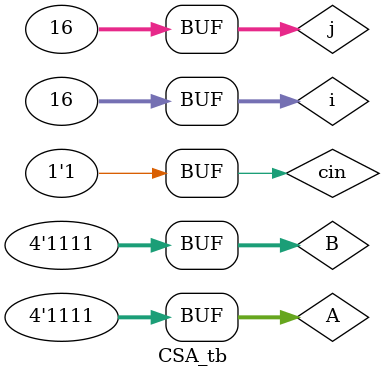
<source format=v>
module CSA_tb();
    reg [3:0] A;
    reg [3:0] B;
    reg cin;
    wire [3:0] S;
    wire cout;  
    integer i,j,k;

    carry_select_adder dut (.A(A), .B(B), .cin(cin), .S(S), .cout(cout));

    initial begin
        A = 0;B = 0;
        k = 0;
        //for carry in =0
        cin = 0;
      for(i=0;i<16;i=i+1) begin
            for(j=0;j<16;j=j+1) begin
                 A = i;
                 B = j;
                 #10;
                 if({cout,S} != (i+j)) 
                      k <= k + 1;
            end  
      end
        //for carry in =1
      cin = 1; 
      for(i=0;i<16;i=i+1) begin
            for(j=0;j<16;j=j+1) begin
                 A = i;
                 B = j;
                 #10;
                 if({cout,S} != (i+j+1)) 
                      k <= k + 1;
            end  
      end 
   end   
endmodule
</source>
